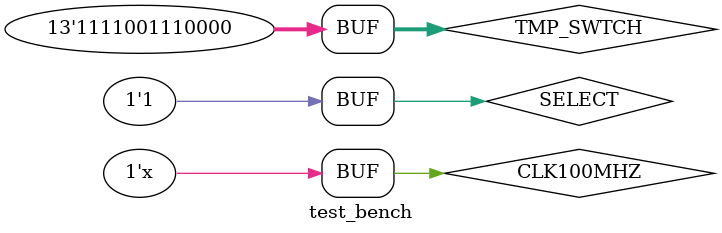
<source format=v>
`timescale 1ns / 1ps


module test_bench;
    reg         CLK100MHZ;      // nexys clk signal
    reg  [12:0]  TMP_SWTCH;     //Temperature value from Switches
    reg         SELECT;         //To select temperature from sensor or switches SELECT=1,data from switches
    wire R;                     //for TRI-COLOR LED
    wire G;                     //for TRI-COLOR LED
    wire B;                     //for TRI-COLOR LED
  

 top uut(.CLK100MHZ(CLK100MHZ),
    .TMP_SWTCH(TMP_SWTCH),
    .SELECT(SELECT),
    .R(R),
    .G(G),
    .B(B)
   );


always #0.1 CLK100MHZ = ~CLK100MHZ;

initial begin

CLK100MHZ = 0;

//reading from temperature sensor
//SELECT = 0;

//reading from switch
#100;
SELECT =1;
TMP_SWTCH = 13'b0000110110000; //red low temperature=27(432)
SELECT =1;
#100;
TMP_SWTCH = 13'b0000011000000; //green low temperature=12(192)

#100;
TMP_SWTCH = 13'b0000001010000; //blue low temperature=5(80)

#100;
TMP_SWTCH = 13'b0001000110000; //red medium temperature=35(560)

#100;
TMP_SWTCH = 13'b0001100000000; //red high temperature=48(768)

#100;
TMP_SWTCH = 13'b0000110000000; //green high temperature=24(384)


#100;
TMP_SWTCH = 13'b1111001110000; //blue high temperature=-25 (7792)


#100;

end
endmodule

</source>
